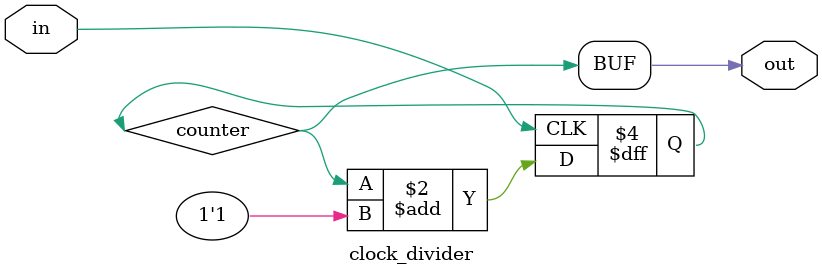
<source format=v>
`timescale 1ns / 1ps

module clock_divider(
	input in,
	output out
	);

	parameter COUNTER_WIDTH = 1;

	reg [COUNTER_WIDTH - 1:0] counter = 0;

	always @(posedge in) begin
		counter <= counter + 1'b1;
	end

	assign out = counter[COUNTER_WIDTH - 1];

endmodule

</source>
